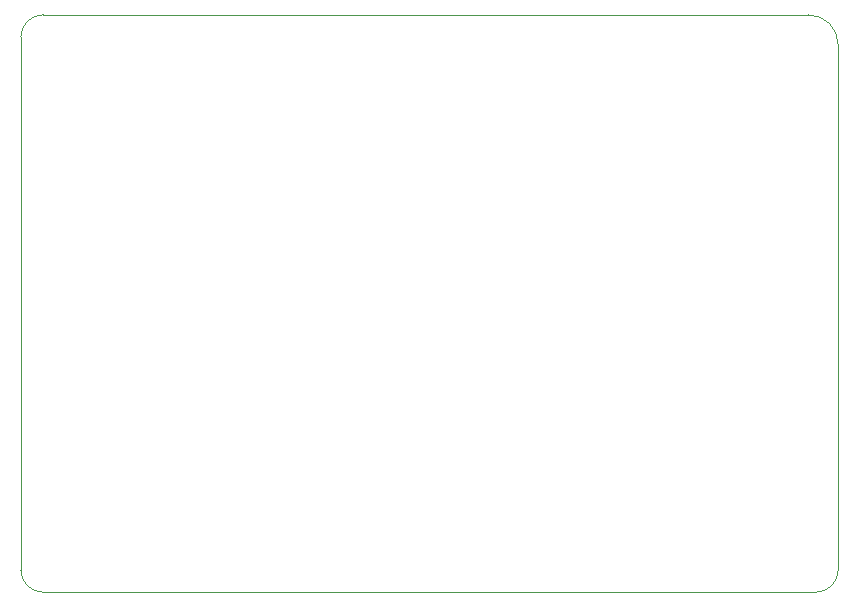
<source format=gbr>
G04 #@! TF.GenerationSoftware,KiCad,Pcbnew,(5.1.2)-2*
G04 #@! TF.CreationDate,2021-07-01T16:30:17+09:00*
G04 #@! TF.ProjectId,stepper_tokutyu,73746570-7065-4725-9f74-6f6b75747975,rev?*
G04 #@! TF.SameCoordinates,Original*
G04 #@! TF.FileFunction,Profile,NP*
%FSLAX46Y46*%
G04 Gerber Fmt 4.6, Leading zero omitted, Abs format (unit mm)*
G04 Created by KiCad (PCBNEW (5.1.2)-2) date 2021-07-01 16:30:17*
%MOMM*%
%LPD*%
G04 APERTURE LIST*
%ADD10C,0.050000*%
G04 APERTURE END LIST*
D10*
X107315000Y-151765000D02*
X172720000Y-151765000D01*
X105410000Y-104775000D02*
X105410000Y-149860000D01*
X172085000Y-102870000D02*
X107315000Y-102870000D01*
X174625000Y-149860000D02*
X174625000Y-105410000D01*
X174625000Y-149860000D02*
G75*
G02X172720000Y-151765000I-1905000J0D01*
G01*
X107315000Y-151765000D02*
G75*
G02X105410000Y-149860000I0J1905000D01*
G01*
X105410000Y-104775000D02*
G75*
G02X107315000Y-102870000I1905000J0D01*
G01*
X172085000Y-102870000D02*
G75*
G02X174625000Y-105410000I0J-2540000D01*
G01*
M02*

</source>
